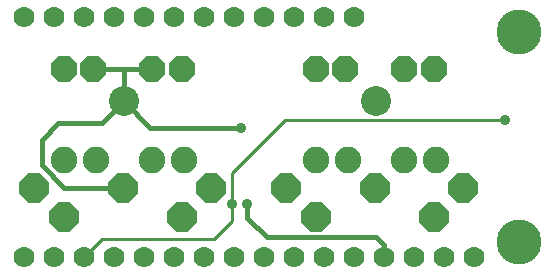
<source format=gbr>
G04 EAGLE Gerber RS-274X export*
G75*
%MOMM*%
%FSLAX34Y34*%
%LPD*%
%INBottom Copper*%
%IPPOS*%
%AMOC8*
5,1,8,0,0,1.08239X$1,22.5*%
G01*
%ADD10C,3.810000*%
%ADD11C,1.778000*%
%ADD12P,2.705975X8X22.500000*%
%ADD13P,2.705975X8X292.500000*%
%ADD14P,2.364373X8X22.500000*%
%ADD15C,2.540000*%
%ADD16C,2.250000*%
%ADD17C,0.406400*%
%ADD18C,0.254000*%
%ADD19C,0.906400*%


D10*
X482600Y203200D03*
X482600Y25400D03*
D11*
X342900Y215900D03*
X317500Y215900D03*
X292100Y215900D03*
X266700Y215900D03*
X241300Y215900D03*
X215900Y215900D03*
X190500Y215900D03*
X165100Y215900D03*
X139700Y215900D03*
X114300Y215900D03*
X88900Y215900D03*
X63500Y215900D03*
X342900Y12700D03*
X317500Y12700D03*
X292100Y12700D03*
X266700Y12700D03*
X241300Y12700D03*
X215900Y12700D03*
X190500Y12700D03*
X165100Y12700D03*
X139700Y12700D03*
X114300Y12700D03*
X88900Y12700D03*
X63500Y12700D03*
X368300Y12700D03*
X393700Y12700D03*
X419100Y12700D03*
X444500Y12700D03*
D12*
X222320Y71450D03*
D13*
X147320Y71450D03*
D12*
X72320Y71450D03*
X197320Y46450D03*
X97320Y46450D03*
D14*
X122320Y171450D03*
X97320Y171450D03*
X197320Y171450D03*
X172320Y171450D03*
D12*
X435680Y71450D03*
D13*
X360680Y71450D03*
D12*
X285680Y71450D03*
X410680Y46450D03*
X310680Y46450D03*
D14*
X335680Y171450D03*
X310680Y171450D03*
X410680Y171450D03*
X385680Y171450D03*
D15*
X361680Y144450D03*
D16*
X337680Y94450D03*
X385680Y94450D03*
X412680Y94450D03*
X310680Y94450D03*
D15*
X148320Y144450D03*
D16*
X124320Y94450D03*
X172320Y94450D03*
X199320Y94450D03*
X97320Y94450D03*
D17*
X122320Y171450D02*
X148590Y171450D01*
X172320Y171450D01*
X148320Y171180D02*
X148320Y144450D01*
D18*
X148320Y171180D02*
X148590Y171450D01*
D17*
X147320Y71450D02*
X97460Y71450D01*
X78740Y90170D01*
X78740Y111760D01*
X129600Y125730D02*
X148320Y144450D01*
X92710Y125730D02*
X78740Y111760D01*
X92710Y125730D02*
X129600Y125730D01*
D19*
X247650Y121920D03*
D17*
X170850Y121920D01*
X148320Y144450D01*
X368300Y22860D02*
X368300Y12700D01*
X361950Y29210D02*
X269240Y29210D01*
X252944Y45506D01*
X252944Y57150D01*
D19*
X252944Y57150D03*
D17*
X361950Y29210D02*
X368300Y22860D01*
D18*
X129540Y27940D02*
X114300Y12700D01*
X129540Y27940D02*
X224790Y27940D01*
X240030Y43180D01*
X240030Y57150D01*
D19*
X240030Y57150D03*
X471170Y128270D03*
D18*
X284480Y128270D01*
X240030Y83820D02*
X240030Y57150D01*
X240030Y83820D02*
X284480Y128270D01*
M02*

</source>
